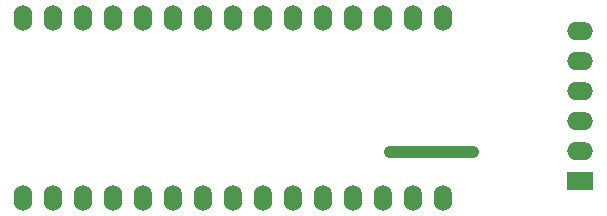
<source format=gbr>
G04 #@! TF.FileFunction,Copper,L1,Top,Signal*
%FSLAX46Y46*%
G04 Gerber Fmt 4.6, Leading zero omitted, Abs format (unit mm)*
G04 Created by KiCad (PCBNEW 4.0.7-e2-6376~58~ubuntu14.04.1) date Wed Mar  7 22:27:56 2018*
%MOMM*%
%LPD*%
G01*
G04 APERTURE LIST*
%ADD10C,0.100000*%
%ADD11O,1.524000X2.199640*%
%ADD12O,1.524000X2.197100*%
%ADD13O,2.197100X1.524000*%
%ADD14R,2.197100X1.524000*%
%ADD15C,1.000000*%
%ADD16C,1.000000*%
G04 APERTURE END LIST*
D10*
D11*
X42030000Y20620000D03*
X39490000Y20620000D03*
X36950000Y20620000D03*
X34410000Y20620000D03*
X31870000Y20620000D03*
X29330000Y20620000D03*
X26790000Y20620000D03*
X24250000Y20620000D03*
X21710000Y20620000D03*
X19170000Y20620000D03*
X16630000Y20620000D03*
X14090000Y20620000D03*
X11550000Y20620000D03*
X9010000Y20620000D03*
X6470000Y20620000D03*
X6470000Y5380000D03*
X9010000Y5380000D03*
X11550000Y5380000D03*
X14090000Y5380000D03*
D12*
X16630000Y5380000D03*
X19170000Y5380000D03*
X21710000Y5380000D03*
X24250000Y5380000D03*
X26790000Y5380000D03*
X29330000Y5380000D03*
X31870000Y5380000D03*
X34410000Y5380000D03*
X36950000Y5380000D03*
X39490000Y5380000D03*
X42030000Y5380000D03*
D13*
X53598800Y14445000D03*
X53598800Y11905000D03*
X53598800Y19525000D03*
X53598800Y16985000D03*
D14*
X53598800Y6825000D03*
D13*
X53598800Y9365000D03*
D15*
X37500000Y9250000D03*
X44500000Y9250000D03*
X34121100Y5376400D03*
D16*
X44500000Y9250000D02*
X37500000Y9250000D01*
M02*

</source>
